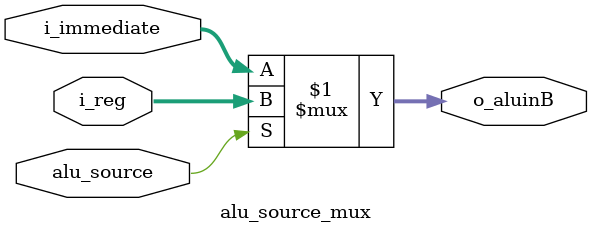
<source format=v>
module alu_source_mux   #(
    parameter       NBITS       =   32
    )
    (
    //Entradas
    input   wire    [NBITS-1:0]     i_reg       ,
    input   wire    [NBITS-1:0]     i_immediate ,
    input   wire                    alu_source  ,
    //Outputs
    output  wire    [NBITS-1:0]     o_aluinB
    );
    
    assign  o_aluinB    =   (alu_source) ? i_reg : i_immediate  ;
    
endmodule
</source>
